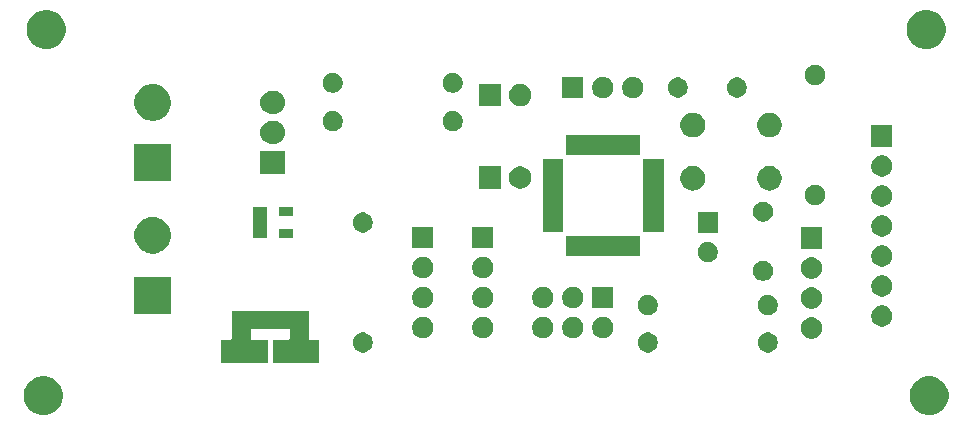
<source format=gbr>
%TF.GenerationSoftware,KiCad,Pcbnew,5.1.6+dfsg1-1~bpo10+1*%
%TF.CreationDate,2020-11-22T17:09:41+10:30*%
%TF.ProjectId,robotcontrol,726f626f-7463-46f6-9e74-726f6c2e6b69,rev?*%
%TF.SameCoordinates,Original*%
%TF.FileFunction,Soldermask,Top*%
%TF.FilePolarity,Negative*%
%FSLAX46Y46*%
G04 Gerber Fmt 4.6, Leading zero omitted, Abs format (unit mm)*
G04 Created by KiCad (PCBNEW 5.1.6+dfsg1-1~bpo10+1) date 2020-11-22 17:09:41*
%MOMM*%
%LPD*%
G01*
G04 APERTURE LIST*
%ADD10C,0.100000*%
G04 APERTURE END LIST*
D10*
G36*
X171457874Y-167359023D02*
G01*
X171731287Y-167413408D01*
X172031568Y-167537789D01*
X172301814Y-167718361D01*
X172531639Y-167948186D01*
X172712211Y-168218432D01*
X172836592Y-168518713D01*
X172900000Y-168837489D01*
X172900000Y-169162511D01*
X172836592Y-169481287D01*
X172712211Y-169781568D01*
X172531639Y-170051814D01*
X172301814Y-170281639D01*
X172031568Y-170462211D01*
X171731287Y-170586592D01*
X171457874Y-170640977D01*
X171412512Y-170650000D01*
X171087488Y-170650000D01*
X171042126Y-170640977D01*
X170768713Y-170586592D01*
X170468432Y-170462211D01*
X170198186Y-170281639D01*
X169968361Y-170051814D01*
X169787789Y-169781568D01*
X169663408Y-169481287D01*
X169600000Y-169162511D01*
X169600000Y-168837489D01*
X169663408Y-168518713D01*
X169787789Y-168218432D01*
X169968361Y-167948186D01*
X170198186Y-167718361D01*
X170468432Y-167537789D01*
X170768713Y-167413408D01*
X171042126Y-167359023D01*
X171087488Y-167350000D01*
X171412512Y-167350000D01*
X171457874Y-167359023D01*
G37*
G36*
X96457874Y-167359023D02*
G01*
X96731287Y-167413408D01*
X97031568Y-167537789D01*
X97301814Y-167718361D01*
X97531639Y-167948186D01*
X97712211Y-168218432D01*
X97836592Y-168518713D01*
X97900000Y-168837489D01*
X97900000Y-169162511D01*
X97836592Y-169481287D01*
X97712211Y-169781568D01*
X97531639Y-170051814D01*
X97301814Y-170281639D01*
X97031568Y-170462211D01*
X96731287Y-170586592D01*
X96457874Y-170640977D01*
X96412512Y-170650000D01*
X96087488Y-170650000D01*
X96042126Y-170640977D01*
X95768713Y-170586592D01*
X95468432Y-170462211D01*
X95198186Y-170281639D01*
X94968361Y-170051814D01*
X94787789Y-169781568D01*
X94663408Y-169481287D01*
X94600000Y-169162511D01*
X94600000Y-168837489D01*
X94663408Y-168518713D01*
X94787789Y-168218432D01*
X94968361Y-167948186D01*
X95198186Y-167718361D01*
X95468432Y-167537789D01*
X95768713Y-167413408D01*
X96042126Y-167359023D01*
X96087488Y-167350000D01*
X96412512Y-167350000D01*
X96457874Y-167359023D01*
G37*
G36*
X118725000Y-164125001D02*
G01*
X118727402Y-164149387D01*
X118734515Y-164172836D01*
X118746066Y-164194447D01*
X118761611Y-164213389D01*
X118780553Y-164228934D01*
X118802164Y-164240485D01*
X118825613Y-164247598D01*
X118849999Y-164250000D01*
X119622500Y-164250000D01*
X119622500Y-166250000D01*
X115677500Y-166250000D01*
X115677500Y-164250000D01*
X117025001Y-164250000D01*
X117049387Y-164247598D01*
X117072836Y-164240485D01*
X117094447Y-164228934D01*
X117113389Y-164213389D01*
X117128934Y-164194447D01*
X117140485Y-164172836D01*
X117147598Y-164149387D01*
X117150000Y-164125001D01*
X117150000Y-163454999D01*
X117147598Y-163430613D01*
X117140485Y-163407164D01*
X117128934Y-163385553D01*
X117113389Y-163366611D01*
X117094447Y-163351066D01*
X117072836Y-163339515D01*
X117049387Y-163332402D01*
X117025001Y-163330000D01*
X113924999Y-163330000D01*
X113900613Y-163332402D01*
X113877164Y-163339515D01*
X113855553Y-163351066D01*
X113836611Y-163366611D01*
X113821066Y-163385553D01*
X113809515Y-163407164D01*
X113802402Y-163430613D01*
X113800000Y-163454999D01*
X113800000Y-164125001D01*
X113802402Y-164149387D01*
X113809515Y-164172836D01*
X113821066Y-164194447D01*
X113836611Y-164213389D01*
X113855553Y-164228934D01*
X113877164Y-164240485D01*
X113900613Y-164247598D01*
X113924999Y-164250000D01*
X115272500Y-164250000D01*
X115272500Y-166250000D01*
X111327500Y-166250000D01*
X111327500Y-164250000D01*
X112100001Y-164250000D01*
X112124387Y-164247598D01*
X112147836Y-164240485D01*
X112169447Y-164228934D01*
X112188389Y-164213389D01*
X112203934Y-164194447D01*
X112215485Y-164172836D01*
X112222598Y-164149387D01*
X112225000Y-164125001D01*
X112225000Y-161850000D01*
X118725000Y-161850000D01*
X118725000Y-164125001D01*
G37*
G36*
X123547935Y-163672664D02*
G01*
X123702624Y-163736739D01*
X123702626Y-163736740D01*
X123841844Y-163829762D01*
X123960238Y-163948156D01*
X124051950Y-164085414D01*
X124053261Y-164087376D01*
X124117336Y-164242065D01*
X124150000Y-164406281D01*
X124150000Y-164573719D01*
X124117336Y-164737935D01*
X124053261Y-164892624D01*
X124053260Y-164892626D01*
X123960238Y-165031844D01*
X123841844Y-165150238D01*
X123702626Y-165243260D01*
X123702625Y-165243261D01*
X123702624Y-165243261D01*
X123547935Y-165307336D01*
X123383719Y-165340000D01*
X123216281Y-165340000D01*
X123052065Y-165307336D01*
X122897376Y-165243261D01*
X122897375Y-165243261D01*
X122897374Y-165243260D01*
X122758156Y-165150238D01*
X122639762Y-165031844D01*
X122546740Y-164892626D01*
X122546739Y-164892624D01*
X122482664Y-164737935D01*
X122450000Y-164573719D01*
X122450000Y-164406281D01*
X122482664Y-164242065D01*
X122546739Y-164087376D01*
X122548050Y-164085414D01*
X122639762Y-163948156D01*
X122758156Y-163829762D01*
X122897374Y-163736740D01*
X122897376Y-163736739D01*
X123052065Y-163672664D01*
X123216281Y-163640000D01*
X123383719Y-163640000D01*
X123547935Y-163672664D01*
G37*
G36*
X147677935Y-163672664D02*
G01*
X147832624Y-163736739D01*
X147832626Y-163736740D01*
X147971844Y-163829762D01*
X148090238Y-163948156D01*
X148181950Y-164085414D01*
X148183261Y-164087376D01*
X148247336Y-164242065D01*
X148280000Y-164406281D01*
X148280000Y-164573719D01*
X148247336Y-164737935D01*
X148183261Y-164892624D01*
X148183260Y-164892626D01*
X148090238Y-165031844D01*
X147971844Y-165150238D01*
X147832626Y-165243260D01*
X147832625Y-165243261D01*
X147832624Y-165243261D01*
X147677935Y-165307336D01*
X147513719Y-165340000D01*
X147346281Y-165340000D01*
X147182065Y-165307336D01*
X147027376Y-165243261D01*
X147027375Y-165243261D01*
X147027374Y-165243260D01*
X146888156Y-165150238D01*
X146769762Y-165031844D01*
X146676740Y-164892626D01*
X146676739Y-164892624D01*
X146612664Y-164737935D01*
X146580000Y-164573719D01*
X146580000Y-164406281D01*
X146612664Y-164242065D01*
X146676739Y-164087376D01*
X146678050Y-164085414D01*
X146769762Y-163948156D01*
X146888156Y-163829762D01*
X147027374Y-163736740D01*
X147027376Y-163736739D01*
X147182065Y-163672664D01*
X147346281Y-163640000D01*
X147513719Y-163640000D01*
X147677935Y-163672664D01*
G37*
G36*
X157837935Y-163672664D02*
G01*
X157992624Y-163736739D01*
X157992626Y-163736740D01*
X158131844Y-163829762D01*
X158250238Y-163948156D01*
X158341950Y-164085414D01*
X158343261Y-164087376D01*
X158407336Y-164242065D01*
X158440000Y-164406281D01*
X158440000Y-164573719D01*
X158407336Y-164737935D01*
X158343261Y-164892624D01*
X158343260Y-164892626D01*
X158250238Y-165031844D01*
X158131844Y-165150238D01*
X157992626Y-165243260D01*
X157992625Y-165243261D01*
X157992624Y-165243261D01*
X157837935Y-165307336D01*
X157673719Y-165340000D01*
X157506281Y-165340000D01*
X157342065Y-165307336D01*
X157187376Y-165243261D01*
X157187375Y-165243261D01*
X157187374Y-165243260D01*
X157048156Y-165150238D01*
X156929762Y-165031844D01*
X156836740Y-164892626D01*
X156836739Y-164892624D01*
X156772664Y-164737935D01*
X156740000Y-164573719D01*
X156740000Y-164406281D01*
X156772664Y-164242065D01*
X156836739Y-164087376D01*
X156838050Y-164085414D01*
X156929762Y-163948156D01*
X157048156Y-163829762D01*
X157187374Y-163736740D01*
X157187376Y-163736739D01*
X157342065Y-163672664D01*
X157506281Y-163640000D01*
X157673719Y-163640000D01*
X157837935Y-163672664D01*
G37*
G36*
X161560920Y-162405386D02*
G01*
X161602066Y-162422429D01*
X161724710Y-162473230D01*
X161872117Y-162571724D01*
X161997476Y-162697083D01*
X162075408Y-162813717D01*
X162095971Y-162844492D01*
X162163814Y-163008280D01*
X162198400Y-163182156D01*
X162198400Y-163359444D01*
X162163814Y-163533320D01*
X162106096Y-163672665D01*
X162095970Y-163697110D01*
X161997476Y-163844517D01*
X161872117Y-163969876D01*
X161724710Y-164068370D01*
X161724709Y-164068371D01*
X161724708Y-164068371D01*
X161560920Y-164136214D01*
X161387044Y-164170800D01*
X161209756Y-164170800D01*
X161035880Y-164136214D01*
X160872092Y-164068371D01*
X160872091Y-164068371D01*
X160872090Y-164068370D01*
X160724683Y-163969876D01*
X160599324Y-163844517D01*
X160500830Y-163697110D01*
X160490705Y-163672665D01*
X160432986Y-163533320D01*
X160398400Y-163359444D01*
X160398400Y-163182156D01*
X160432986Y-163008280D01*
X160500829Y-162844492D01*
X160521392Y-162813717D01*
X160599324Y-162697083D01*
X160724683Y-162571724D01*
X160872090Y-162473230D01*
X160994735Y-162422429D01*
X161035880Y-162405386D01*
X161209756Y-162370800D01*
X161387044Y-162370800D01*
X161560920Y-162405386D01*
G37*
G36*
X133722520Y-162354586D02*
G01*
X133886310Y-162422430D01*
X134033717Y-162520924D01*
X134159076Y-162646283D01*
X134193019Y-162697083D01*
X134257571Y-162793692D01*
X134325414Y-162957480D01*
X134360000Y-163131356D01*
X134360000Y-163308644D01*
X134344702Y-163385553D01*
X134325414Y-163482520D01*
X134257570Y-163646310D01*
X134159076Y-163793717D01*
X134033717Y-163919076D01*
X133886310Y-164017570D01*
X133886309Y-164017571D01*
X133886308Y-164017571D01*
X133722520Y-164085414D01*
X133548644Y-164120000D01*
X133371356Y-164120000D01*
X133197480Y-164085414D01*
X133033692Y-164017571D01*
X133033691Y-164017571D01*
X133033690Y-164017570D01*
X132886283Y-163919076D01*
X132760924Y-163793717D01*
X132662430Y-163646310D01*
X132594586Y-163482520D01*
X132575298Y-163385553D01*
X132560000Y-163308644D01*
X132560000Y-163131356D01*
X132594586Y-162957480D01*
X132662429Y-162793692D01*
X132726981Y-162697083D01*
X132760924Y-162646283D01*
X132886283Y-162520924D01*
X133033690Y-162422430D01*
X133197480Y-162354586D01*
X133371356Y-162320000D01*
X133548644Y-162320000D01*
X133722520Y-162354586D01*
G37*
G36*
X128642520Y-162354586D02*
G01*
X128806310Y-162422430D01*
X128953717Y-162520924D01*
X129079076Y-162646283D01*
X129113019Y-162697083D01*
X129177571Y-162793692D01*
X129245414Y-162957480D01*
X129280000Y-163131356D01*
X129280000Y-163308644D01*
X129264702Y-163385553D01*
X129245414Y-163482520D01*
X129177570Y-163646310D01*
X129079076Y-163793717D01*
X128953717Y-163919076D01*
X128806310Y-164017570D01*
X128806309Y-164017571D01*
X128806308Y-164017571D01*
X128642520Y-164085414D01*
X128468644Y-164120000D01*
X128291356Y-164120000D01*
X128117480Y-164085414D01*
X127953692Y-164017571D01*
X127953691Y-164017571D01*
X127953690Y-164017570D01*
X127806283Y-163919076D01*
X127680924Y-163793717D01*
X127582430Y-163646310D01*
X127514586Y-163482520D01*
X127495298Y-163385553D01*
X127480000Y-163308644D01*
X127480000Y-163131356D01*
X127514586Y-162957480D01*
X127582429Y-162793692D01*
X127646981Y-162697083D01*
X127680924Y-162646283D01*
X127806283Y-162520924D01*
X127953690Y-162422430D01*
X128117480Y-162354586D01*
X128291356Y-162320000D01*
X128468644Y-162320000D01*
X128642520Y-162354586D01*
G37*
G36*
X143882520Y-162354586D02*
G01*
X144046310Y-162422430D01*
X144193717Y-162520924D01*
X144319076Y-162646283D01*
X144353019Y-162697083D01*
X144417571Y-162793692D01*
X144485414Y-162957480D01*
X144520000Y-163131356D01*
X144520000Y-163308644D01*
X144504702Y-163385553D01*
X144485414Y-163482520D01*
X144417570Y-163646310D01*
X144319076Y-163793717D01*
X144193717Y-163919076D01*
X144046310Y-164017570D01*
X144046309Y-164017571D01*
X144046308Y-164017571D01*
X143882520Y-164085414D01*
X143708644Y-164120000D01*
X143531356Y-164120000D01*
X143357480Y-164085414D01*
X143193692Y-164017571D01*
X143193691Y-164017571D01*
X143193690Y-164017570D01*
X143046283Y-163919076D01*
X142920924Y-163793717D01*
X142822430Y-163646310D01*
X142754586Y-163482520D01*
X142735298Y-163385553D01*
X142720000Y-163308644D01*
X142720000Y-163131356D01*
X142754586Y-162957480D01*
X142822429Y-162793692D01*
X142886981Y-162697083D01*
X142920924Y-162646283D01*
X143046283Y-162520924D01*
X143193690Y-162422430D01*
X143357480Y-162354586D01*
X143531356Y-162320000D01*
X143708644Y-162320000D01*
X143882520Y-162354586D01*
G37*
G36*
X141342520Y-162354586D02*
G01*
X141506310Y-162422430D01*
X141653717Y-162520924D01*
X141779076Y-162646283D01*
X141813019Y-162697083D01*
X141877571Y-162793692D01*
X141945414Y-162957480D01*
X141980000Y-163131356D01*
X141980000Y-163308644D01*
X141964702Y-163385553D01*
X141945414Y-163482520D01*
X141877570Y-163646310D01*
X141779076Y-163793717D01*
X141653717Y-163919076D01*
X141506310Y-164017570D01*
X141506309Y-164017571D01*
X141506308Y-164017571D01*
X141342520Y-164085414D01*
X141168644Y-164120000D01*
X140991356Y-164120000D01*
X140817480Y-164085414D01*
X140653692Y-164017571D01*
X140653691Y-164017571D01*
X140653690Y-164017570D01*
X140506283Y-163919076D01*
X140380924Y-163793717D01*
X140282430Y-163646310D01*
X140214586Y-163482520D01*
X140195298Y-163385553D01*
X140180000Y-163308644D01*
X140180000Y-163131356D01*
X140214586Y-162957480D01*
X140282429Y-162793692D01*
X140346981Y-162697083D01*
X140380924Y-162646283D01*
X140506283Y-162520924D01*
X140653690Y-162422430D01*
X140817480Y-162354586D01*
X140991356Y-162320000D01*
X141168644Y-162320000D01*
X141342520Y-162354586D01*
G37*
G36*
X138802520Y-162354586D02*
G01*
X138966310Y-162422430D01*
X139113717Y-162520924D01*
X139239076Y-162646283D01*
X139273019Y-162697083D01*
X139337571Y-162793692D01*
X139405414Y-162957480D01*
X139440000Y-163131356D01*
X139440000Y-163308644D01*
X139424702Y-163385553D01*
X139405414Y-163482520D01*
X139337570Y-163646310D01*
X139239076Y-163793717D01*
X139113717Y-163919076D01*
X138966310Y-164017570D01*
X138966309Y-164017571D01*
X138966308Y-164017571D01*
X138802520Y-164085414D01*
X138628644Y-164120000D01*
X138451356Y-164120000D01*
X138277480Y-164085414D01*
X138113692Y-164017571D01*
X138113691Y-164017571D01*
X138113690Y-164017570D01*
X137966283Y-163919076D01*
X137840924Y-163793717D01*
X137742430Y-163646310D01*
X137674586Y-163482520D01*
X137655298Y-163385553D01*
X137640000Y-163308644D01*
X137640000Y-163131356D01*
X137674586Y-162957480D01*
X137742429Y-162793692D01*
X137806981Y-162697083D01*
X137840924Y-162646283D01*
X137966283Y-162520924D01*
X138113690Y-162422430D01*
X138277480Y-162354586D01*
X138451356Y-162320000D01*
X138628644Y-162320000D01*
X138802520Y-162354586D01*
G37*
G36*
X167512520Y-161374586D02*
G01*
X167676310Y-161442430D01*
X167823717Y-161540924D01*
X167949076Y-161666283D01*
X167983382Y-161717626D01*
X168047571Y-161813692D01*
X168115414Y-161977480D01*
X168150000Y-162151356D01*
X168150000Y-162328644D01*
X168115414Y-162502520D01*
X168055866Y-162646283D01*
X168047570Y-162666310D01*
X167949076Y-162813717D01*
X167823717Y-162939076D01*
X167676310Y-163037570D01*
X167676309Y-163037571D01*
X167676308Y-163037571D01*
X167512520Y-163105414D01*
X167338644Y-163140000D01*
X167161356Y-163140000D01*
X166987480Y-163105414D01*
X166823692Y-163037571D01*
X166823691Y-163037571D01*
X166823690Y-163037570D01*
X166676283Y-162939076D01*
X166550924Y-162813717D01*
X166452430Y-162666310D01*
X166444135Y-162646283D01*
X166384586Y-162502520D01*
X166350000Y-162328644D01*
X166350000Y-162151356D01*
X166384586Y-161977480D01*
X166452429Y-161813692D01*
X166516618Y-161717626D01*
X166550924Y-161666283D01*
X166676283Y-161540924D01*
X166823690Y-161442430D01*
X166987480Y-161374586D01*
X167161356Y-161340000D01*
X167338644Y-161340000D01*
X167512520Y-161374586D01*
G37*
G36*
X157837935Y-160497664D02*
G01*
X157992624Y-160561739D01*
X157992626Y-160561740D01*
X158131844Y-160654762D01*
X158250238Y-160773156D01*
X158281165Y-160819442D01*
X158343261Y-160912376D01*
X158407336Y-161067065D01*
X158440000Y-161231281D01*
X158440000Y-161398719D01*
X158407336Y-161562935D01*
X158400267Y-161580000D01*
X158343260Y-161717626D01*
X158250238Y-161856844D01*
X158131844Y-161975238D01*
X157992626Y-162068260D01*
X157992625Y-162068261D01*
X157992624Y-162068261D01*
X157837935Y-162132336D01*
X157673719Y-162165000D01*
X157506281Y-162165000D01*
X157342065Y-162132336D01*
X157187376Y-162068261D01*
X157187375Y-162068261D01*
X157187374Y-162068260D01*
X157048156Y-161975238D01*
X156929762Y-161856844D01*
X156836740Y-161717626D01*
X156779733Y-161580000D01*
X156772664Y-161562935D01*
X156740000Y-161398719D01*
X156740000Y-161231281D01*
X156772664Y-161067065D01*
X156836739Y-160912376D01*
X156898835Y-160819442D01*
X156929762Y-160773156D01*
X157048156Y-160654762D01*
X157187374Y-160561740D01*
X157187376Y-160561739D01*
X157342065Y-160497664D01*
X157506281Y-160465000D01*
X157673719Y-160465000D01*
X157837935Y-160497664D01*
G37*
G36*
X147677935Y-160497664D02*
G01*
X147832624Y-160561739D01*
X147832626Y-160561740D01*
X147971844Y-160654762D01*
X148090238Y-160773156D01*
X148121165Y-160819442D01*
X148183261Y-160912376D01*
X148247336Y-161067065D01*
X148280000Y-161231281D01*
X148280000Y-161398719D01*
X148247336Y-161562935D01*
X148240267Y-161580000D01*
X148183260Y-161717626D01*
X148090238Y-161856844D01*
X147971844Y-161975238D01*
X147832626Y-162068260D01*
X147832625Y-162068261D01*
X147832624Y-162068261D01*
X147677935Y-162132336D01*
X147513719Y-162165000D01*
X147346281Y-162165000D01*
X147182065Y-162132336D01*
X147027376Y-162068261D01*
X147027375Y-162068261D01*
X147027374Y-162068260D01*
X146888156Y-161975238D01*
X146769762Y-161856844D01*
X146676740Y-161717626D01*
X146619733Y-161580000D01*
X146612664Y-161562935D01*
X146580000Y-161398719D01*
X146580000Y-161231281D01*
X146612664Y-161067065D01*
X146676739Y-160912376D01*
X146738835Y-160819442D01*
X146769762Y-160773156D01*
X146888156Y-160654762D01*
X147027374Y-160561740D01*
X147027376Y-160561739D01*
X147182065Y-160497664D01*
X147346281Y-160465000D01*
X147513719Y-160465000D01*
X147677935Y-160497664D01*
G37*
G36*
X107070000Y-162039500D02*
G01*
X103970000Y-162039500D01*
X103970000Y-158939500D01*
X107070000Y-158939500D01*
X107070000Y-162039500D01*
G37*
G36*
X161560920Y-159865386D02*
G01*
X161602066Y-159882429D01*
X161724710Y-159933230D01*
X161872117Y-160031724D01*
X161997476Y-160157083D01*
X162075408Y-160273717D01*
X162095971Y-160304492D01*
X162163814Y-160468280D01*
X162190015Y-160600000D01*
X162198400Y-160642158D01*
X162198400Y-160819442D01*
X162163814Y-160993320D01*
X162095970Y-161157110D01*
X161997476Y-161304517D01*
X161872117Y-161429876D01*
X161724710Y-161528370D01*
X161724709Y-161528371D01*
X161724708Y-161528371D01*
X161560920Y-161596214D01*
X161387044Y-161630800D01*
X161209756Y-161630800D01*
X161035880Y-161596214D01*
X160872092Y-161528371D01*
X160872091Y-161528371D01*
X160872090Y-161528370D01*
X160724683Y-161429876D01*
X160599324Y-161304517D01*
X160500830Y-161157110D01*
X160432986Y-160993320D01*
X160398400Y-160819442D01*
X160398400Y-160642158D01*
X160406786Y-160600000D01*
X160432986Y-160468280D01*
X160500829Y-160304492D01*
X160521392Y-160273717D01*
X160599324Y-160157083D01*
X160724683Y-160031724D01*
X160872090Y-159933230D01*
X160994735Y-159882429D01*
X161035880Y-159865386D01*
X161209756Y-159830800D01*
X161387044Y-159830800D01*
X161560920Y-159865386D01*
G37*
G36*
X144520000Y-161580000D02*
G01*
X142720000Y-161580000D01*
X142720000Y-159780000D01*
X144520000Y-159780000D01*
X144520000Y-161580000D01*
G37*
G36*
X141342520Y-159814586D02*
G01*
X141506310Y-159882430D01*
X141653717Y-159980924D01*
X141779076Y-160106283D01*
X141813019Y-160157083D01*
X141877571Y-160253692D01*
X141945414Y-160417480D01*
X141980000Y-160591356D01*
X141980000Y-160768644D01*
X141969895Y-160819444D01*
X141945414Y-160942520D01*
X141877570Y-161106310D01*
X141779076Y-161253717D01*
X141653717Y-161379076D01*
X141506310Y-161477570D01*
X141506309Y-161477571D01*
X141506308Y-161477571D01*
X141342520Y-161545414D01*
X141168644Y-161580000D01*
X140991356Y-161580000D01*
X140817480Y-161545414D01*
X140653692Y-161477571D01*
X140653691Y-161477571D01*
X140653690Y-161477570D01*
X140506283Y-161379076D01*
X140380924Y-161253717D01*
X140282430Y-161106310D01*
X140214586Y-160942520D01*
X140190105Y-160819444D01*
X140180000Y-160768644D01*
X140180000Y-160591356D01*
X140214586Y-160417480D01*
X140282429Y-160253692D01*
X140346981Y-160157083D01*
X140380924Y-160106283D01*
X140506283Y-159980924D01*
X140653690Y-159882430D01*
X140817480Y-159814586D01*
X140991356Y-159780000D01*
X141168644Y-159780000D01*
X141342520Y-159814586D01*
G37*
G36*
X133722520Y-159814586D02*
G01*
X133886310Y-159882430D01*
X134033717Y-159980924D01*
X134159076Y-160106283D01*
X134193019Y-160157083D01*
X134257571Y-160253692D01*
X134325414Y-160417480D01*
X134360000Y-160591356D01*
X134360000Y-160768644D01*
X134349895Y-160819444D01*
X134325414Y-160942520D01*
X134257570Y-161106310D01*
X134159076Y-161253717D01*
X134033717Y-161379076D01*
X133886310Y-161477570D01*
X133886309Y-161477571D01*
X133886308Y-161477571D01*
X133722520Y-161545414D01*
X133548644Y-161580000D01*
X133371356Y-161580000D01*
X133197480Y-161545414D01*
X133033692Y-161477571D01*
X133033691Y-161477571D01*
X133033690Y-161477570D01*
X132886283Y-161379076D01*
X132760924Y-161253717D01*
X132662430Y-161106310D01*
X132594586Y-160942520D01*
X132570105Y-160819444D01*
X132560000Y-160768644D01*
X132560000Y-160591356D01*
X132594586Y-160417480D01*
X132662429Y-160253692D01*
X132726981Y-160157083D01*
X132760924Y-160106283D01*
X132886283Y-159980924D01*
X133033690Y-159882430D01*
X133197480Y-159814586D01*
X133371356Y-159780000D01*
X133548644Y-159780000D01*
X133722520Y-159814586D01*
G37*
G36*
X138802520Y-159814586D02*
G01*
X138966310Y-159882430D01*
X139113717Y-159980924D01*
X139239076Y-160106283D01*
X139273019Y-160157083D01*
X139337571Y-160253692D01*
X139405414Y-160417480D01*
X139440000Y-160591356D01*
X139440000Y-160768644D01*
X139429895Y-160819444D01*
X139405414Y-160942520D01*
X139337570Y-161106310D01*
X139239076Y-161253717D01*
X139113717Y-161379076D01*
X138966310Y-161477570D01*
X138966309Y-161477571D01*
X138966308Y-161477571D01*
X138802520Y-161545414D01*
X138628644Y-161580000D01*
X138451356Y-161580000D01*
X138277480Y-161545414D01*
X138113692Y-161477571D01*
X138113691Y-161477571D01*
X138113690Y-161477570D01*
X137966283Y-161379076D01*
X137840924Y-161253717D01*
X137742430Y-161106310D01*
X137674586Y-160942520D01*
X137650105Y-160819444D01*
X137640000Y-160768644D01*
X137640000Y-160591356D01*
X137674586Y-160417480D01*
X137742429Y-160253692D01*
X137806981Y-160157083D01*
X137840924Y-160106283D01*
X137966283Y-159980924D01*
X138113690Y-159882430D01*
X138277480Y-159814586D01*
X138451356Y-159780000D01*
X138628644Y-159780000D01*
X138802520Y-159814586D01*
G37*
G36*
X128642520Y-159814586D02*
G01*
X128806310Y-159882430D01*
X128953717Y-159980924D01*
X129079076Y-160106283D01*
X129113019Y-160157083D01*
X129177571Y-160253692D01*
X129245414Y-160417480D01*
X129280000Y-160591356D01*
X129280000Y-160768644D01*
X129269895Y-160819444D01*
X129245414Y-160942520D01*
X129177570Y-161106310D01*
X129079076Y-161253717D01*
X128953717Y-161379076D01*
X128806310Y-161477570D01*
X128806309Y-161477571D01*
X128806308Y-161477571D01*
X128642520Y-161545414D01*
X128468644Y-161580000D01*
X128291356Y-161580000D01*
X128117480Y-161545414D01*
X127953692Y-161477571D01*
X127953691Y-161477571D01*
X127953690Y-161477570D01*
X127806283Y-161379076D01*
X127680924Y-161253717D01*
X127582430Y-161106310D01*
X127514586Y-160942520D01*
X127490105Y-160819444D01*
X127480000Y-160768644D01*
X127480000Y-160591356D01*
X127514586Y-160417480D01*
X127582429Y-160253692D01*
X127646981Y-160157083D01*
X127680924Y-160106283D01*
X127806283Y-159980924D01*
X127953690Y-159882430D01*
X128117480Y-159814586D01*
X128291356Y-159780000D01*
X128468644Y-159780000D01*
X128642520Y-159814586D01*
G37*
G36*
X167512520Y-158834586D02*
G01*
X167676310Y-158902430D01*
X167823717Y-159000924D01*
X167949076Y-159126283D01*
X168020338Y-159232935D01*
X168047571Y-159273692D01*
X168115414Y-159437480D01*
X168150000Y-159611356D01*
X168150000Y-159788644D01*
X168115414Y-159962520D01*
X168055866Y-160106283D01*
X168047570Y-160126310D01*
X167949076Y-160273717D01*
X167823717Y-160399076D01*
X167676310Y-160497570D01*
X167676309Y-160497571D01*
X167676308Y-160497571D01*
X167512520Y-160565414D01*
X167338644Y-160600000D01*
X167161356Y-160600000D01*
X166987480Y-160565414D01*
X166823692Y-160497571D01*
X166823691Y-160497571D01*
X166823690Y-160497570D01*
X166676283Y-160399076D01*
X166550924Y-160273717D01*
X166452430Y-160126310D01*
X166444135Y-160106283D01*
X166384586Y-159962520D01*
X166350000Y-159788644D01*
X166350000Y-159611356D01*
X166384586Y-159437480D01*
X166452429Y-159273692D01*
X166479662Y-159232935D01*
X166550924Y-159126283D01*
X166676283Y-159000924D01*
X166823690Y-158902430D01*
X166987480Y-158834586D01*
X167161356Y-158800000D01*
X167338644Y-158800000D01*
X167512520Y-158834586D01*
G37*
G36*
X157431535Y-157598264D02*
G01*
X157586224Y-157662339D01*
X157586226Y-157662340D01*
X157725444Y-157755362D01*
X157843838Y-157873756D01*
X157899840Y-157957570D01*
X157936861Y-158012976D01*
X158000936Y-158167665D01*
X158033600Y-158331881D01*
X158033600Y-158499319D01*
X158000936Y-158663535D01*
X157936861Y-158818224D01*
X157936860Y-158818226D01*
X157843838Y-158957444D01*
X157725444Y-159075838D01*
X157586226Y-159168860D01*
X157586225Y-159168861D01*
X157586224Y-159168861D01*
X157431535Y-159232936D01*
X157267319Y-159265600D01*
X157099881Y-159265600D01*
X156935665Y-159232936D01*
X156780976Y-159168861D01*
X156780975Y-159168861D01*
X156780974Y-159168860D01*
X156641756Y-159075838D01*
X156523362Y-158957444D01*
X156430340Y-158818226D01*
X156430339Y-158818224D01*
X156366264Y-158663535D01*
X156333600Y-158499319D01*
X156333600Y-158331881D01*
X156366264Y-158167665D01*
X156430339Y-158012976D01*
X156467360Y-157957570D01*
X156523362Y-157873756D01*
X156641756Y-157755362D01*
X156780974Y-157662340D01*
X156780976Y-157662339D01*
X156935665Y-157598264D01*
X157099881Y-157565600D01*
X157267319Y-157565600D01*
X157431535Y-157598264D01*
G37*
G36*
X161560920Y-157325386D02*
G01*
X161602066Y-157342429D01*
X161724710Y-157393230D01*
X161872117Y-157491724D01*
X161997476Y-157617083D01*
X162075408Y-157733717D01*
X162095971Y-157764492D01*
X162163814Y-157928280D01*
X162198400Y-158102156D01*
X162198400Y-158279444D01*
X162187969Y-158331882D01*
X162163814Y-158453320D01*
X162095970Y-158617110D01*
X161997476Y-158764517D01*
X161872117Y-158889876D01*
X161724710Y-158988370D01*
X161724709Y-158988371D01*
X161724708Y-158988371D01*
X161560920Y-159056214D01*
X161387044Y-159090800D01*
X161209756Y-159090800D01*
X161035880Y-159056214D01*
X160872092Y-158988371D01*
X160872091Y-158988371D01*
X160872090Y-158988370D01*
X160724683Y-158889876D01*
X160599324Y-158764517D01*
X160500830Y-158617110D01*
X160432986Y-158453320D01*
X160408831Y-158331882D01*
X160398400Y-158279444D01*
X160398400Y-158102156D01*
X160432986Y-157928280D01*
X160500829Y-157764492D01*
X160521392Y-157733717D01*
X160599324Y-157617083D01*
X160724683Y-157491724D01*
X160872090Y-157393230D01*
X160994735Y-157342429D01*
X161035880Y-157325386D01*
X161209756Y-157290800D01*
X161387044Y-157290800D01*
X161560920Y-157325386D01*
G37*
G36*
X128642520Y-157274586D02*
G01*
X128806310Y-157342430D01*
X128953717Y-157440924D01*
X129079076Y-157566283D01*
X129143258Y-157662339D01*
X129177571Y-157713692D01*
X129245414Y-157877480D01*
X129280000Y-158051356D01*
X129280000Y-158228644D01*
X129269895Y-158279444D01*
X129245414Y-158402520D01*
X129177570Y-158566310D01*
X129079076Y-158713717D01*
X128953717Y-158839076D01*
X128806310Y-158937570D01*
X128806309Y-158937571D01*
X128806308Y-158937571D01*
X128642520Y-159005414D01*
X128468644Y-159040000D01*
X128291356Y-159040000D01*
X128117480Y-159005414D01*
X127953692Y-158937571D01*
X127953691Y-158937571D01*
X127953690Y-158937570D01*
X127806283Y-158839076D01*
X127680924Y-158713717D01*
X127582430Y-158566310D01*
X127514586Y-158402520D01*
X127490105Y-158279444D01*
X127480000Y-158228644D01*
X127480000Y-158051356D01*
X127514586Y-157877480D01*
X127582429Y-157713692D01*
X127616742Y-157662339D01*
X127680924Y-157566283D01*
X127806283Y-157440924D01*
X127953690Y-157342430D01*
X128117480Y-157274586D01*
X128291356Y-157240000D01*
X128468644Y-157240000D01*
X128642520Y-157274586D01*
G37*
G36*
X133722520Y-157274586D02*
G01*
X133886310Y-157342430D01*
X134033717Y-157440924D01*
X134159076Y-157566283D01*
X134223258Y-157662339D01*
X134257571Y-157713692D01*
X134325414Y-157877480D01*
X134360000Y-158051356D01*
X134360000Y-158228644D01*
X134349895Y-158279444D01*
X134325414Y-158402520D01*
X134257570Y-158566310D01*
X134159076Y-158713717D01*
X134033717Y-158839076D01*
X133886310Y-158937570D01*
X133886309Y-158937571D01*
X133886308Y-158937571D01*
X133722520Y-159005414D01*
X133548644Y-159040000D01*
X133371356Y-159040000D01*
X133197480Y-159005414D01*
X133033692Y-158937571D01*
X133033691Y-158937571D01*
X133033690Y-158937570D01*
X132886283Y-158839076D01*
X132760924Y-158713717D01*
X132662430Y-158566310D01*
X132594586Y-158402520D01*
X132570105Y-158279444D01*
X132560000Y-158228644D01*
X132560000Y-158051356D01*
X132594586Y-157877480D01*
X132662429Y-157713692D01*
X132696742Y-157662339D01*
X132760924Y-157566283D01*
X132886283Y-157440924D01*
X133033690Y-157342430D01*
X133197480Y-157274586D01*
X133371356Y-157240000D01*
X133548644Y-157240000D01*
X133722520Y-157274586D01*
G37*
G36*
X167480194Y-156288156D02*
G01*
X167512520Y-156294586D01*
X167676310Y-156362430D01*
X167823717Y-156460924D01*
X167949076Y-156586283D01*
X168047570Y-156733690D01*
X168047571Y-156733692D01*
X168115414Y-156897480D01*
X168150000Y-157071356D01*
X168150000Y-157248644D01*
X168115414Y-157422520D01*
X168048834Y-157583260D01*
X168047570Y-157586310D01*
X167949076Y-157733717D01*
X167823717Y-157859076D01*
X167676310Y-157957570D01*
X167676309Y-157957571D01*
X167676308Y-157957571D01*
X167512520Y-158025414D01*
X167338644Y-158060000D01*
X167161356Y-158060000D01*
X166987480Y-158025414D01*
X166823692Y-157957571D01*
X166823691Y-157957571D01*
X166823690Y-157957570D01*
X166676283Y-157859076D01*
X166550924Y-157733717D01*
X166452430Y-157586310D01*
X166451167Y-157583260D01*
X166384586Y-157422520D01*
X166350000Y-157248644D01*
X166350000Y-157071356D01*
X166384586Y-156897480D01*
X166452429Y-156733692D01*
X166452430Y-156733690D01*
X166550924Y-156586283D01*
X166676283Y-156460924D01*
X166823690Y-156362430D01*
X166987480Y-156294586D01*
X167019806Y-156288156D01*
X167161356Y-156260000D01*
X167338644Y-156260000D01*
X167480194Y-156288156D01*
G37*
G36*
X152757935Y-156012664D02*
G01*
X152912624Y-156076739D01*
X152912626Y-156076740D01*
X153051844Y-156169762D01*
X153170238Y-156288156D01*
X153243344Y-156397568D01*
X153263261Y-156427376D01*
X153327336Y-156582065D01*
X153360000Y-156746281D01*
X153360000Y-156913719D01*
X153327336Y-157077935D01*
X153263261Y-157232624D01*
X153263260Y-157232626D01*
X153170238Y-157371844D01*
X153051844Y-157490238D01*
X152912626Y-157583260D01*
X152912625Y-157583261D01*
X152912624Y-157583261D01*
X152757935Y-157647336D01*
X152593719Y-157680000D01*
X152426281Y-157680000D01*
X152262065Y-157647336D01*
X152107376Y-157583261D01*
X152107375Y-157583261D01*
X152107374Y-157583260D01*
X151968156Y-157490238D01*
X151849762Y-157371844D01*
X151756740Y-157232626D01*
X151756739Y-157232624D01*
X151692664Y-157077935D01*
X151660000Y-156913719D01*
X151660000Y-156746281D01*
X151692664Y-156582065D01*
X151756739Y-156427376D01*
X151776656Y-156397568D01*
X151849762Y-156288156D01*
X151968156Y-156169762D01*
X152107374Y-156076740D01*
X152107376Y-156076739D01*
X152262065Y-156012664D01*
X152426281Y-155980000D01*
X152593719Y-155980000D01*
X152757935Y-156012664D01*
G37*
G36*
X146795800Y-157144000D02*
G01*
X140545800Y-157144000D01*
X140545800Y-155444000D01*
X146795800Y-155444000D01*
X146795800Y-157144000D01*
G37*
G36*
X105822390Y-153889282D02*
G01*
X105972118Y-153919065D01*
X105992182Y-153927376D01*
X106254199Y-154035907D01*
X106269729Y-154046284D01*
X106508068Y-154205536D01*
X106723964Y-154421432D01*
X106828535Y-154577935D01*
X106893593Y-154675301D01*
X106962037Y-154840540D01*
X106988738Y-154905000D01*
X107010435Y-154957383D01*
X107070000Y-155256837D01*
X107070000Y-155562163D01*
X107010435Y-155861617D01*
X106893593Y-156143699D01*
X106893592Y-156143700D01*
X106723964Y-156397568D01*
X106508068Y-156613464D01*
X106338439Y-156726806D01*
X106254199Y-156783093D01*
X106088960Y-156851537D01*
X105972118Y-156899935D01*
X105822390Y-156929717D01*
X105672663Y-156959500D01*
X105367337Y-156959500D01*
X105217610Y-156929717D01*
X105067882Y-156899935D01*
X104951040Y-156851537D01*
X104785801Y-156783093D01*
X104701561Y-156726806D01*
X104531932Y-156613464D01*
X104316036Y-156397568D01*
X104146408Y-156143700D01*
X104146407Y-156143699D01*
X104029565Y-155861617D01*
X103970000Y-155562163D01*
X103970000Y-155256837D01*
X104029565Y-154957383D01*
X104051263Y-154905000D01*
X104077963Y-154840540D01*
X104146407Y-154675301D01*
X104211465Y-154577935D01*
X104316036Y-154421432D01*
X104531932Y-154205536D01*
X104770271Y-154046284D01*
X104785801Y-154035907D01*
X105047818Y-153927376D01*
X105067882Y-153919065D01*
X105217610Y-153889282D01*
X105367337Y-153859500D01*
X105672663Y-153859500D01*
X105822390Y-153889282D01*
G37*
G36*
X162198400Y-156550800D02*
G01*
X160398400Y-156550800D01*
X160398400Y-154750800D01*
X162198400Y-154750800D01*
X162198400Y-156550800D01*
G37*
G36*
X129280000Y-156500000D02*
G01*
X127480000Y-156500000D01*
X127480000Y-154700000D01*
X129280000Y-154700000D01*
X129280000Y-156500000D01*
G37*
G36*
X134360000Y-156500000D02*
G01*
X132560000Y-156500000D01*
X132560000Y-154700000D01*
X134360000Y-154700000D01*
X134360000Y-156500000D01*
G37*
G36*
X117360000Y-155655000D02*
G01*
X116200000Y-155655000D01*
X116200000Y-154905000D01*
X117360000Y-154905000D01*
X117360000Y-155655000D01*
G37*
G36*
X115160000Y-155655000D02*
G01*
X114000000Y-155655000D01*
X114000000Y-153005000D01*
X115160000Y-153005000D01*
X115160000Y-155655000D01*
G37*
G36*
X167512520Y-153754586D02*
G01*
X167676310Y-153822430D01*
X167823717Y-153920924D01*
X167949076Y-154046283D01*
X168047570Y-154193690D01*
X168047571Y-154193692D01*
X168115414Y-154357480D01*
X168150000Y-154531356D01*
X168150000Y-154708644D01*
X168115414Y-154882520D01*
X168106103Y-154905000D01*
X168047570Y-155046310D01*
X167949076Y-155193717D01*
X167823717Y-155319076D01*
X167676310Y-155417570D01*
X167676309Y-155417571D01*
X167676308Y-155417571D01*
X167512520Y-155485414D01*
X167338644Y-155520000D01*
X167161356Y-155520000D01*
X166987480Y-155485414D01*
X166823692Y-155417571D01*
X166823691Y-155417571D01*
X166823690Y-155417570D01*
X166676283Y-155319076D01*
X166550924Y-155193717D01*
X166452430Y-155046310D01*
X166393898Y-154905000D01*
X166384586Y-154882520D01*
X166350000Y-154708644D01*
X166350000Y-154531356D01*
X166384586Y-154357480D01*
X166452429Y-154193692D01*
X166452430Y-154193690D01*
X166550924Y-154046283D01*
X166676283Y-153920924D01*
X166823690Y-153822430D01*
X166987480Y-153754586D01*
X167161356Y-153720000D01*
X167338644Y-153720000D01*
X167512520Y-153754586D01*
G37*
G36*
X153360000Y-155180000D02*
G01*
X151660000Y-155180000D01*
X151660000Y-153480000D01*
X153360000Y-153480000D01*
X153360000Y-155180000D01*
G37*
G36*
X123547935Y-153512664D02*
G01*
X123702624Y-153576739D01*
X123702626Y-153576740D01*
X123841844Y-153669762D01*
X123960238Y-153788156D01*
X124007908Y-153859500D01*
X124053261Y-153927376D01*
X124117336Y-154082065D01*
X124150000Y-154246281D01*
X124150000Y-154413719D01*
X124117336Y-154577935D01*
X124077005Y-154675301D01*
X124053260Y-154732626D01*
X123960238Y-154871844D01*
X123841844Y-154990238D01*
X123702626Y-155083260D01*
X123702625Y-155083261D01*
X123702624Y-155083261D01*
X123547935Y-155147336D01*
X123383719Y-155180000D01*
X123216281Y-155180000D01*
X123052065Y-155147336D01*
X122897376Y-155083261D01*
X122897375Y-155083261D01*
X122897374Y-155083260D01*
X122758156Y-154990238D01*
X122639762Y-154871844D01*
X122546740Y-154732626D01*
X122522995Y-154675301D01*
X122482664Y-154577935D01*
X122450000Y-154413719D01*
X122450000Y-154246281D01*
X122482664Y-154082065D01*
X122546739Y-153927376D01*
X122592092Y-153859500D01*
X122639762Y-153788156D01*
X122758156Y-153669762D01*
X122897374Y-153576740D01*
X122897376Y-153576739D01*
X123052065Y-153512664D01*
X123216281Y-153480000D01*
X123383719Y-153480000D01*
X123547935Y-153512664D01*
G37*
G36*
X148770800Y-155169000D02*
G01*
X147070800Y-155169000D01*
X147070800Y-148919000D01*
X148770800Y-148919000D01*
X148770800Y-155169000D01*
G37*
G36*
X140270800Y-155169000D02*
G01*
X138570800Y-155169000D01*
X138570800Y-148919000D01*
X140270800Y-148919000D01*
X140270800Y-155169000D01*
G37*
G36*
X157431535Y-152598264D02*
G01*
X157586224Y-152662339D01*
X157586226Y-152662340D01*
X157725444Y-152755362D01*
X157843838Y-152873756D01*
X157931532Y-153005000D01*
X157936861Y-153012976D01*
X158000936Y-153167665D01*
X158033600Y-153331881D01*
X158033600Y-153499319D01*
X158000936Y-153663535D01*
X157949315Y-153788157D01*
X157936860Y-153818226D01*
X157843838Y-153957444D01*
X157725444Y-154075838D01*
X157586226Y-154168860D01*
X157586225Y-154168861D01*
X157586224Y-154168861D01*
X157431535Y-154232936D01*
X157267319Y-154265600D01*
X157099881Y-154265600D01*
X156935665Y-154232936D01*
X156780976Y-154168861D01*
X156780975Y-154168861D01*
X156780974Y-154168860D01*
X156641756Y-154075838D01*
X156523362Y-153957444D01*
X156430340Y-153818226D01*
X156417885Y-153788157D01*
X156366264Y-153663535D01*
X156333600Y-153499319D01*
X156333600Y-153331881D01*
X156366264Y-153167665D01*
X156430339Y-153012976D01*
X156435668Y-153005000D01*
X156523362Y-152873756D01*
X156641756Y-152755362D01*
X156780974Y-152662340D01*
X156780976Y-152662339D01*
X156935665Y-152598264D01*
X157099881Y-152565600D01*
X157267319Y-152565600D01*
X157431535Y-152598264D01*
G37*
G36*
X117360000Y-153755000D02*
G01*
X116200000Y-153755000D01*
X116200000Y-153005000D01*
X117360000Y-153005000D01*
X117360000Y-153755000D01*
G37*
G36*
X167512520Y-151214586D02*
G01*
X167584341Y-151244335D01*
X167676310Y-151282430D01*
X167823717Y-151380924D01*
X167949076Y-151506283D01*
X168028400Y-151625000D01*
X168047571Y-151653692D01*
X168115414Y-151817480D01*
X168150000Y-151991356D01*
X168150000Y-152168644D01*
X168135580Y-152241136D01*
X168115414Y-152342520D01*
X168047570Y-152506310D01*
X167949076Y-152653717D01*
X167823717Y-152779076D01*
X167676310Y-152877570D01*
X167676309Y-152877571D01*
X167676308Y-152877571D01*
X167512520Y-152945414D01*
X167338644Y-152980000D01*
X167161356Y-152980000D01*
X166987480Y-152945414D01*
X166823692Y-152877571D01*
X166823691Y-152877571D01*
X166823690Y-152877570D01*
X166676283Y-152779076D01*
X166550924Y-152653717D01*
X166452430Y-152506310D01*
X166384586Y-152342520D01*
X166364420Y-152241136D01*
X166350000Y-152168644D01*
X166350000Y-151991356D01*
X166384586Y-151817480D01*
X166452429Y-151653692D01*
X166471600Y-151625000D01*
X166550924Y-151506283D01*
X166676283Y-151380924D01*
X166823690Y-151282430D01*
X166915660Y-151244335D01*
X166987480Y-151214586D01*
X167161356Y-151180000D01*
X167338644Y-151180000D01*
X167512520Y-151214586D01*
G37*
G36*
X161851135Y-151175864D02*
G01*
X162005824Y-151239939D01*
X162005826Y-151239940D01*
X162145044Y-151332962D01*
X162263438Y-151451356D01*
X162356460Y-151590574D01*
X162356461Y-151590576D01*
X162420536Y-151745265D01*
X162453200Y-151909481D01*
X162453200Y-152076919D01*
X162420536Y-152241135D01*
X162378540Y-152342520D01*
X162356460Y-152395826D01*
X162263438Y-152535044D01*
X162145044Y-152653438D01*
X162005826Y-152746460D01*
X162005825Y-152746461D01*
X162005824Y-152746461D01*
X161851135Y-152810536D01*
X161686919Y-152843200D01*
X161519481Y-152843200D01*
X161355265Y-152810536D01*
X161200576Y-152746461D01*
X161200575Y-152746461D01*
X161200574Y-152746460D01*
X161061356Y-152653438D01*
X160942962Y-152535044D01*
X160849940Y-152395826D01*
X160827860Y-152342520D01*
X160785864Y-152241135D01*
X160753200Y-152076919D01*
X160753200Y-151909481D01*
X160785864Y-151745265D01*
X160849939Y-151590576D01*
X160849940Y-151590574D01*
X160942962Y-151451356D01*
X161061356Y-151332962D01*
X161200574Y-151239940D01*
X161200576Y-151239939D01*
X161355265Y-151175864D01*
X161519481Y-151143200D01*
X161686919Y-151143200D01*
X161851135Y-151175864D01*
G37*
G36*
X157868687Y-149530027D02*
G01*
X158046274Y-149565350D01*
X158237362Y-149644502D01*
X158409336Y-149759411D01*
X158555589Y-149905664D01*
X158670498Y-150077638D01*
X158749650Y-150268726D01*
X158790000Y-150471584D01*
X158790000Y-150678416D01*
X158749650Y-150881274D01*
X158670498Y-151072362D01*
X158555589Y-151244336D01*
X158409336Y-151390589D01*
X158237362Y-151505498D01*
X158046274Y-151584650D01*
X157868687Y-151619973D01*
X157843417Y-151625000D01*
X157636583Y-151625000D01*
X157611313Y-151619973D01*
X157433726Y-151584650D01*
X157242638Y-151505498D01*
X157070664Y-151390589D01*
X156924411Y-151244336D01*
X156809502Y-151072362D01*
X156730350Y-150881274D01*
X156690000Y-150678416D01*
X156690000Y-150471584D01*
X156730350Y-150268726D01*
X156809502Y-150077638D01*
X156924411Y-149905664D01*
X157070664Y-149759411D01*
X157242638Y-149644502D01*
X157433726Y-149565350D01*
X157611313Y-149530027D01*
X157636583Y-149525000D01*
X157843417Y-149525000D01*
X157868687Y-149530027D01*
G37*
G36*
X151368687Y-149530027D02*
G01*
X151546274Y-149565350D01*
X151737362Y-149644502D01*
X151909336Y-149759411D01*
X152055589Y-149905664D01*
X152170498Y-150077638D01*
X152249650Y-150268726D01*
X152290000Y-150471584D01*
X152290000Y-150678416D01*
X152249650Y-150881274D01*
X152170498Y-151072362D01*
X152055589Y-151244336D01*
X151909336Y-151390589D01*
X151737362Y-151505498D01*
X151546274Y-151584650D01*
X151368687Y-151619973D01*
X151343417Y-151625000D01*
X151136583Y-151625000D01*
X151111313Y-151619973D01*
X150933726Y-151584650D01*
X150742638Y-151505498D01*
X150570664Y-151390589D01*
X150424411Y-151244336D01*
X150309502Y-151072362D01*
X150230350Y-150881274D01*
X150190000Y-150678416D01*
X150190000Y-150471584D01*
X150230350Y-150268726D01*
X150309502Y-150077638D01*
X150424411Y-149905664D01*
X150570664Y-149759411D01*
X150742638Y-149644502D01*
X150933726Y-149565350D01*
X151111313Y-149530027D01*
X151136583Y-149525000D01*
X151343417Y-149525000D01*
X151368687Y-149530027D01*
G37*
G36*
X136820336Y-149588254D02*
G01*
X136912105Y-149606508D01*
X137084994Y-149678121D01*
X137240590Y-149782087D01*
X137372913Y-149914410D01*
X137476879Y-150070006D01*
X137548492Y-150242895D01*
X137585000Y-150426433D01*
X137585000Y-150613567D01*
X137548492Y-150797105D01*
X137476879Y-150969994D01*
X137372913Y-151125590D01*
X137240590Y-151257913D01*
X137084994Y-151361879D01*
X136912105Y-151433492D01*
X136822297Y-151451356D01*
X136728568Y-151470000D01*
X136541432Y-151470000D01*
X136447703Y-151451356D01*
X136357895Y-151433492D01*
X136185006Y-151361879D01*
X136029410Y-151257913D01*
X135897087Y-151125590D01*
X135793121Y-150969994D01*
X135721508Y-150797105D01*
X135685000Y-150613567D01*
X135685000Y-150426433D01*
X135721508Y-150242895D01*
X135793121Y-150070006D01*
X135897087Y-149914410D01*
X136029410Y-149782087D01*
X136185006Y-149678121D01*
X136357895Y-149606508D01*
X136449664Y-149588254D01*
X136541432Y-149570000D01*
X136728568Y-149570000D01*
X136820336Y-149588254D01*
G37*
G36*
X135045000Y-151470000D02*
G01*
X133145000Y-151470000D01*
X133145000Y-149570000D01*
X135045000Y-149570000D01*
X135045000Y-151470000D01*
G37*
G36*
X107070000Y-150800000D02*
G01*
X103970000Y-150800000D01*
X103970000Y-147700000D01*
X107070000Y-147700000D01*
X107070000Y-150800000D01*
G37*
G36*
X167512520Y-148674586D02*
G01*
X167676310Y-148742430D01*
X167823717Y-148840924D01*
X167949076Y-148966283D01*
X168047570Y-149113690D01*
X168047571Y-149113692D01*
X168115414Y-149277480D01*
X168150000Y-149451356D01*
X168150000Y-149628644D01*
X168140158Y-149678121D01*
X168115414Y-149802520D01*
X168047570Y-149966310D01*
X167949076Y-150113717D01*
X167823717Y-150239076D01*
X167676310Y-150337570D01*
X167676309Y-150337571D01*
X167676308Y-150337571D01*
X167512520Y-150405414D01*
X167338644Y-150440000D01*
X167161356Y-150440000D01*
X166987480Y-150405414D01*
X166823692Y-150337571D01*
X166823691Y-150337571D01*
X166823690Y-150337570D01*
X166676283Y-150239076D01*
X166550924Y-150113717D01*
X166452430Y-149966310D01*
X166384586Y-149802520D01*
X166359842Y-149678121D01*
X166350000Y-149628644D01*
X166350000Y-149451356D01*
X166384586Y-149277480D01*
X166452429Y-149113692D01*
X166452430Y-149113690D01*
X166550924Y-148966283D01*
X166676283Y-148840924D01*
X166823690Y-148742430D01*
X166987480Y-148674586D01*
X167161356Y-148640000D01*
X167338644Y-148640000D01*
X167512520Y-148674586D01*
G37*
G36*
X116730000Y-150252500D02*
G01*
X114630000Y-150252500D01*
X114630000Y-148247500D01*
X116730000Y-148247500D01*
X116730000Y-150252500D01*
G37*
G36*
X146795800Y-148644000D02*
G01*
X140545800Y-148644000D01*
X140545800Y-146944000D01*
X146795800Y-146944000D01*
X146795800Y-148644000D01*
G37*
G36*
X168150000Y-147900000D02*
G01*
X166350000Y-147900000D01*
X166350000Y-146100000D01*
X168150000Y-146100000D01*
X168150000Y-147900000D01*
G37*
G36*
X115924022Y-145722005D02*
G01*
X116112999Y-145779331D01*
X116287153Y-145872418D01*
X116439804Y-145997696D01*
X116565082Y-146150347D01*
X116658169Y-146324501D01*
X116715495Y-146513478D01*
X116734850Y-146710000D01*
X116715495Y-146906522D01*
X116658169Y-147095499D01*
X116565082Y-147269653D01*
X116439804Y-147422304D01*
X116287153Y-147547582D01*
X116112999Y-147640669D01*
X115924022Y-147697995D01*
X115776746Y-147712500D01*
X115583254Y-147712500D01*
X115435978Y-147697995D01*
X115247001Y-147640669D01*
X115072847Y-147547582D01*
X114920196Y-147422304D01*
X114794918Y-147269653D01*
X114701831Y-147095499D01*
X114644505Y-146906522D01*
X114625150Y-146710000D01*
X114644505Y-146513478D01*
X114701831Y-146324501D01*
X114794918Y-146150347D01*
X114920196Y-145997696D01*
X115072847Y-145872418D01*
X115247001Y-145779331D01*
X115435978Y-145722005D01*
X115583254Y-145707500D01*
X115776746Y-145707500D01*
X115924022Y-145722005D01*
G37*
G36*
X151368687Y-145030027D02*
G01*
X151546274Y-145065350D01*
X151737362Y-145144502D01*
X151909336Y-145259411D01*
X152055589Y-145405664D01*
X152170498Y-145577638D01*
X152249650Y-145768726D01*
X152290000Y-145971584D01*
X152290000Y-146178416D01*
X152249650Y-146381274D01*
X152170498Y-146572362D01*
X152055589Y-146744336D01*
X151909336Y-146890589D01*
X151737362Y-147005498D01*
X151546274Y-147084650D01*
X151368687Y-147119973D01*
X151343417Y-147125000D01*
X151136583Y-147125000D01*
X151111313Y-147119973D01*
X150933726Y-147084650D01*
X150742638Y-147005498D01*
X150570664Y-146890589D01*
X150424411Y-146744336D01*
X150309502Y-146572362D01*
X150230350Y-146381274D01*
X150190000Y-146178416D01*
X150190000Y-145971584D01*
X150230350Y-145768726D01*
X150309502Y-145577638D01*
X150424411Y-145405664D01*
X150570664Y-145259411D01*
X150742638Y-145144502D01*
X150933726Y-145065350D01*
X151111313Y-145030027D01*
X151136583Y-145025000D01*
X151343417Y-145025000D01*
X151368687Y-145030027D01*
G37*
G36*
X157868687Y-145030027D02*
G01*
X158046274Y-145065350D01*
X158237362Y-145144502D01*
X158409336Y-145259411D01*
X158555589Y-145405664D01*
X158670498Y-145577638D01*
X158749650Y-145768726D01*
X158790000Y-145971584D01*
X158790000Y-146178416D01*
X158749650Y-146381274D01*
X158670498Y-146572362D01*
X158555589Y-146744336D01*
X158409336Y-146890589D01*
X158237362Y-147005498D01*
X158046274Y-147084650D01*
X157868687Y-147119973D01*
X157843417Y-147125000D01*
X157636583Y-147125000D01*
X157611313Y-147119973D01*
X157433726Y-147084650D01*
X157242638Y-147005498D01*
X157070664Y-146890589D01*
X156924411Y-146744336D01*
X156809502Y-146572362D01*
X156730350Y-146381274D01*
X156690000Y-146178416D01*
X156690000Y-145971584D01*
X156730350Y-145768726D01*
X156809502Y-145577638D01*
X156924411Y-145405664D01*
X157070664Y-145259411D01*
X157242638Y-145144502D01*
X157433726Y-145065350D01*
X157611313Y-145030027D01*
X157636583Y-145025000D01*
X157843417Y-145025000D01*
X157868687Y-145030027D01*
G37*
G36*
X120997935Y-144932664D02*
G01*
X121152624Y-144996739D01*
X121152626Y-144996740D01*
X121291844Y-145089762D01*
X121410238Y-145208156D01*
X121503260Y-145347374D01*
X121503261Y-145347376D01*
X121567336Y-145502065D01*
X121600000Y-145666281D01*
X121600000Y-145833719D01*
X121567336Y-145997935D01*
X121504204Y-146150347D01*
X121503260Y-146152626D01*
X121410238Y-146291844D01*
X121291844Y-146410238D01*
X121152626Y-146503260D01*
X121152625Y-146503261D01*
X121152624Y-146503261D01*
X120997935Y-146567336D01*
X120833719Y-146600000D01*
X120666281Y-146600000D01*
X120502065Y-146567336D01*
X120347376Y-146503261D01*
X120347375Y-146503261D01*
X120347374Y-146503260D01*
X120208156Y-146410238D01*
X120089762Y-146291844D01*
X119996740Y-146152626D01*
X119995796Y-146150347D01*
X119932664Y-145997935D01*
X119900000Y-145833719D01*
X119900000Y-145666281D01*
X119932664Y-145502065D01*
X119996739Y-145347376D01*
X119996740Y-145347374D01*
X120089762Y-145208156D01*
X120208156Y-145089762D01*
X120347374Y-144996740D01*
X120347376Y-144996739D01*
X120502065Y-144932664D01*
X120666281Y-144900000D01*
X120833719Y-144900000D01*
X120997935Y-144932664D01*
G37*
G36*
X131157935Y-144932664D02*
G01*
X131312624Y-144996739D01*
X131312626Y-144996740D01*
X131451844Y-145089762D01*
X131570238Y-145208156D01*
X131663260Y-145347374D01*
X131663261Y-145347376D01*
X131727336Y-145502065D01*
X131760000Y-145666281D01*
X131760000Y-145833719D01*
X131727336Y-145997935D01*
X131664204Y-146150347D01*
X131663260Y-146152626D01*
X131570238Y-146291844D01*
X131451844Y-146410238D01*
X131312626Y-146503260D01*
X131312625Y-146503261D01*
X131312624Y-146503261D01*
X131157935Y-146567336D01*
X130993719Y-146600000D01*
X130826281Y-146600000D01*
X130662065Y-146567336D01*
X130507376Y-146503261D01*
X130507375Y-146503261D01*
X130507374Y-146503260D01*
X130368156Y-146410238D01*
X130249762Y-146291844D01*
X130156740Y-146152626D01*
X130155796Y-146150347D01*
X130092664Y-145997935D01*
X130060000Y-145833719D01*
X130060000Y-145666281D01*
X130092664Y-145502065D01*
X130156739Y-145347376D01*
X130156740Y-145347374D01*
X130249762Y-145208156D01*
X130368156Y-145089762D01*
X130507374Y-144996740D01*
X130507376Y-144996739D01*
X130662065Y-144932664D01*
X130826281Y-144900000D01*
X130993719Y-144900000D01*
X131157935Y-144932664D01*
G37*
G36*
X105760541Y-142637480D02*
G01*
X105972118Y-142679565D01*
X106088960Y-142727963D01*
X106254199Y-142796407D01*
X106283944Y-142816282D01*
X106508068Y-142966036D01*
X106723964Y-143181932D01*
X106836263Y-143350000D01*
X106893593Y-143435801D01*
X106909298Y-143473717D01*
X107010435Y-143717882D01*
X107023686Y-143784501D01*
X107070000Y-144017337D01*
X107070000Y-144322663D01*
X107010435Y-144622117D01*
X106893593Y-144904199D01*
X106837306Y-144988439D01*
X106723964Y-145158068D01*
X106508068Y-145373964D01*
X106338439Y-145487306D01*
X106254199Y-145543593D01*
X106088960Y-145612037D01*
X105972118Y-145660435D01*
X105822390Y-145690217D01*
X105672663Y-145720000D01*
X105367337Y-145720000D01*
X105217610Y-145690217D01*
X105067882Y-145660435D01*
X104951040Y-145612037D01*
X104785801Y-145543593D01*
X104701561Y-145487306D01*
X104531932Y-145373964D01*
X104316036Y-145158068D01*
X104202694Y-144988439D01*
X104146407Y-144904199D01*
X104029565Y-144622117D01*
X103970000Y-144322663D01*
X103970000Y-144017337D01*
X104016314Y-143784501D01*
X104029565Y-143717882D01*
X104130702Y-143473717D01*
X104146407Y-143435801D01*
X104203737Y-143350000D01*
X104316036Y-143181932D01*
X104531932Y-142966036D01*
X104756056Y-142816282D01*
X104785801Y-142796407D01*
X104951040Y-142727963D01*
X105067882Y-142679565D01*
X105279459Y-142637480D01*
X105367337Y-142620000D01*
X105672663Y-142620000D01*
X105760541Y-142637480D01*
G37*
G36*
X115924022Y-143182005D02*
G01*
X116112999Y-143239331D01*
X116287153Y-143332418D01*
X116439804Y-143457696D01*
X116565082Y-143610347D01*
X116658169Y-143784501D01*
X116715495Y-143973478D01*
X116734850Y-144170000D01*
X116715495Y-144366522D01*
X116658169Y-144555499D01*
X116565082Y-144729653D01*
X116439804Y-144882304D01*
X116287153Y-145007582D01*
X116112999Y-145100669D01*
X115924022Y-145157995D01*
X115776746Y-145172500D01*
X115583254Y-145172500D01*
X115435978Y-145157995D01*
X115247001Y-145100669D01*
X115072847Y-145007582D01*
X114920196Y-144882304D01*
X114794918Y-144729653D01*
X114701831Y-144555499D01*
X114644505Y-144366522D01*
X114625150Y-144170000D01*
X114644505Y-143973478D01*
X114701831Y-143784501D01*
X114794918Y-143610347D01*
X114920196Y-143457696D01*
X115072847Y-143332418D01*
X115247001Y-143239331D01*
X115435978Y-143182005D01*
X115583254Y-143167500D01*
X115776746Y-143167500D01*
X115924022Y-143182005D01*
G37*
G36*
X136820336Y-142603254D02*
G01*
X136912105Y-142621508D01*
X137084994Y-142693121D01*
X137240590Y-142797087D01*
X137372913Y-142929410D01*
X137476879Y-143085006D01*
X137548492Y-143257895D01*
X137585000Y-143441433D01*
X137585000Y-143628567D01*
X137548492Y-143812105D01*
X137476879Y-143984994D01*
X137372913Y-144140590D01*
X137240590Y-144272913D01*
X137084994Y-144376879D01*
X136912105Y-144448492D01*
X136820336Y-144466746D01*
X136728568Y-144485000D01*
X136541432Y-144485000D01*
X136449664Y-144466746D01*
X136357895Y-144448492D01*
X136185006Y-144376879D01*
X136029410Y-144272913D01*
X135897087Y-144140590D01*
X135793121Y-143984994D01*
X135721508Y-143812105D01*
X135685000Y-143628567D01*
X135685000Y-143441433D01*
X135721508Y-143257895D01*
X135793121Y-143085006D01*
X135897087Y-142929410D01*
X136029410Y-142797087D01*
X136185006Y-142693121D01*
X136357895Y-142621508D01*
X136449664Y-142603254D01*
X136541432Y-142585000D01*
X136728568Y-142585000D01*
X136820336Y-142603254D01*
G37*
G36*
X135045000Y-144485000D02*
G01*
X133145000Y-144485000D01*
X133145000Y-142585000D01*
X135045000Y-142585000D01*
X135045000Y-144485000D01*
G37*
G36*
X146422520Y-142034586D02*
G01*
X146534900Y-142081135D01*
X146586310Y-142102430D01*
X146733717Y-142200924D01*
X146859076Y-142326283D01*
X146919211Y-142416282D01*
X146957571Y-142473692D01*
X147025414Y-142637480D01*
X147060000Y-142811356D01*
X147060000Y-142988644D01*
X147025414Y-143162520D01*
X146985909Y-143257895D01*
X146957570Y-143326310D01*
X146859076Y-143473717D01*
X146733717Y-143599076D01*
X146586310Y-143697570D01*
X146586309Y-143697571D01*
X146586308Y-143697571D01*
X146422520Y-143765414D01*
X146248644Y-143800000D01*
X146071356Y-143800000D01*
X145897480Y-143765414D01*
X145733692Y-143697571D01*
X145733691Y-143697571D01*
X145733690Y-143697570D01*
X145586283Y-143599076D01*
X145460924Y-143473717D01*
X145362430Y-143326310D01*
X145334092Y-143257895D01*
X145294586Y-143162520D01*
X145260000Y-142988644D01*
X145260000Y-142811356D01*
X145294586Y-142637480D01*
X145362429Y-142473692D01*
X145400789Y-142416282D01*
X145460924Y-142326283D01*
X145586283Y-142200924D01*
X145733690Y-142102430D01*
X145785101Y-142081135D01*
X145897480Y-142034586D01*
X146071356Y-142000000D01*
X146248644Y-142000000D01*
X146422520Y-142034586D01*
G37*
G36*
X143882520Y-142034586D02*
G01*
X143994900Y-142081135D01*
X144046310Y-142102430D01*
X144193717Y-142200924D01*
X144319076Y-142326283D01*
X144379211Y-142416282D01*
X144417571Y-142473692D01*
X144485414Y-142637480D01*
X144520000Y-142811356D01*
X144520000Y-142988644D01*
X144485414Y-143162520D01*
X144445909Y-143257895D01*
X144417570Y-143326310D01*
X144319076Y-143473717D01*
X144193717Y-143599076D01*
X144046310Y-143697570D01*
X144046309Y-143697571D01*
X144046308Y-143697571D01*
X143882520Y-143765414D01*
X143708644Y-143800000D01*
X143531356Y-143800000D01*
X143357480Y-143765414D01*
X143193692Y-143697571D01*
X143193691Y-143697571D01*
X143193690Y-143697570D01*
X143046283Y-143599076D01*
X142920924Y-143473717D01*
X142822430Y-143326310D01*
X142794092Y-143257895D01*
X142754586Y-143162520D01*
X142720000Y-142988644D01*
X142720000Y-142811356D01*
X142754586Y-142637480D01*
X142822429Y-142473692D01*
X142860789Y-142416282D01*
X142920924Y-142326283D01*
X143046283Y-142200924D01*
X143193690Y-142102430D01*
X143245101Y-142081135D01*
X143357480Y-142034586D01*
X143531356Y-142000000D01*
X143708644Y-142000000D01*
X143882520Y-142034586D01*
G37*
G36*
X141980000Y-143800000D02*
G01*
X140180000Y-143800000D01*
X140180000Y-142000000D01*
X141980000Y-142000000D01*
X141980000Y-143800000D01*
G37*
G36*
X155217935Y-142082664D02*
G01*
X155372624Y-142146739D01*
X155372626Y-142146740D01*
X155511844Y-142239762D01*
X155630238Y-142358156D01*
X155669076Y-142416282D01*
X155723261Y-142497376D01*
X155787336Y-142652065D01*
X155820000Y-142816281D01*
X155820000Y-142983719D01*
X155787336Y-143147935D01*
X155741788Y-143257896D01*
X155723260Y-143302626D01*
X155630238Y-143441844D01*
X155511844Y-143560238D01*
X155372626Y-143653260D01*
X155372625Y-143653261D01*
X155372624Y-143653261D01*
X155217935Y-143717336D01*
X155053719Y-143750000D01*
X154886281Y-143750000D01*
X154722065Y-143717336D01*
X154567376Y-143653261D01*
X154567375Y-143653261D01*
X154567374Y-143653260D01*
X154428156Y-143560238D01*
X154309762Y-143441844D01*
X154216740Y-143302626D01*
X154198212Y-143257896D01*
X154152664Y-143147935D01*
X154120000Y-142983719D01*
X154120000Y-142816281D01*
X154152664Y-142652065D01*
X154216739Y-142497376D01*
X154270924Y-142416282D01*
X154309762Y-142358156D01*
X154428156Y-142239762D01*
X154567374Y-142146740D01*
X154567376Y-142146739D01*
X154722065Y-142082664D01*
X154886281Y-142050000D01*
X155053719Y-142050000D01*
X155217935Y-142082664D01*
G37*
G36*
X150217935Y-142082664D02*
G01*
X150372624Y-142146739D01*
X150372626Y-142146740D01*
X150511844Y-142239762D01*
X150630238Y-142358156D01*
X150669076Y-142416282D01*
X150723261Y-142497376D01*
X150787336Y-142652065D01*
X150820000Y-142816281D01*
X150820000Y-142983719D01*
X150787336Y-143147935D01*
X150741788Y-143257896D01*
X150723260Y-143302626D01*
X150630238Y-143441844D01*
X150511844Y-143560238D01*
X150372626Y-143653260D01*
X150372625Y-143653261D01*
X150372624Y-143653261D01*
X150217935Y-143717336D01*
X150053719Y-143750000D01*
X149886281Y-143750000D01*
X149722065Y-143717336D01*
X149567376Y-143653261D01*
X149567375Y-143653261D01*
X149567374Y-143653260D01*
X149428156Y-143560238D01*
X149309762Y-143441844D01*
X149216740Y-143302626D01*
X149198212Y-143257896D01*
X149152664Y-143147935D01*
X149120000Y-142983719D01*
X149120000Y-142816281D01*
X149152664Y-142652065D01*
X149216739Y-142497376D01*
X149270924Y-142416282D01*
X149309762Y-142358156D01*
X149428156Y-142239762D01*
X149567374Y-142146740D01*
X149567376Y-142146739D01*
X149722065Y-142082664D01*
X149886281Y-142050000D01*
X150053719Y-142050000D01*
X150217935Y-142082664D01*
G37*
G36*
X131157935Y-141682664D02*
G01*
X131312624Y-141746739D01*
X131312626Y-141746740D01*
X131451844Y-141839762D01*
X131570238Y-141958156D01*
X131663260Y-142097374D01*
X131663261Y-142097376D01*
X131727336Y-142252065D01*
X131760000Y-142416281D01*
X131760000Y-142583719D01*
X131727336Y-142747935D01*
X131699025Y-142816282D01*
X131663260Y-142902626D01*
X131570238Y-143041844D01*
X131451844Y-143160238D01*
X131312626Y-143253260D01*
X131312625Y-143253261D01*
X131312624Y-143253261D01*
X131157935Y-143317336D01*
X130993719Y-143350000D01*
X130826281Y-143350000D01*
X130662065Y-143317336D01*
X130507376Y-143253261D01*
X130507375Y-143253261D01*
X130507374Y-143253260D01*
X130368156Y-143160238D01*
X130249762Y-143041844D01*
X130156740Y-142902626D01*
X130120975Y-142816282D01*
X130092664Y-142747935D01*
X130060000Y-142583719D01*
X130060000Y-142416281D01*
X130092664Y-142252065D01*
X130156739Y-142097376D01*
X130156740Y-142097374D01*
X130249762Y-141958156D01*
X130368156Y-141839762D01*
X130507374Y-141746740D01*
X130507376Y-141746739D01*
X130662065Y-141682664D01*
X130826281Y-141650000D01*
X130993719Y-141650000D01*
X131157935Y-141682664D01*
G37*
G36*
X120997935Y-141682664D02*
G01*
X121152624Y-141746739D01*
X121152626Y-141746740D01*
X121291844Y-141839762D01*
X121410238Y-141958156D01*
X121503260Y-142097374D01*
X121503261Y-142097376D01*
X121567336Y-142252065D01*
X121600000Y-142416281D01*
X121600000Y-142583719D01*
X121567336Y-142747935D01*
X121539025Y-142816282D01*
X121503260Y-142902626D01*
X121410238Y-143041844D01*
X121291844Y-143160238D01*
X121152626Y-143253260D01*
X121152625Y-143253261D01*
X121152624Y-143253261D01*
X120997935Y-143317336D01*
X120833719Y-143350000D01*
X120666281Y-143350000D01*
X120502065Y-143317336D01*
X120347376Y-143253261D01*
X120347375Y-143253261D01*
X120347374Y-143253260D01*
X120208156Y-143160238D01*
X120089762Y-143041844D01*
X119996740Y-142902626D01*
X119960975Y-142816282D01*
X119932664Y-142747935D01*
X119900000Y-142583719D01*
X119900000Y-142416281D01*
X119932664Y-142252065D01*
X119996739Y-142097376D01*
X119996740Y-142097374D01*
X120089762Y-141958156D01*
X120208156Y-141839762D01*
X120347374Y-141746740D01*
X120347376Y-141746739D01*
X120502065Y-141682664D01*
X120666281Y-141650000D01*
X120833719Y-141650000D01*
X120997935Y-141682664D01*
G37*
G36*
X161851135Y-141015864D02*
G01*
X162005824Y-141079939D01*
X162005826Y-141079940D01*
X162145044Y-141172962D01*
X162263438Y-141291356D01*
X162356460Y-141430574D01*
X162356461Y-141430576D01*
X162420536Y-141585265D01*
X162453200Y-141749481D01*
X162453200Y-141916919D01*
X162420536Y-142081135D01*
X162393361Y-142146740D01*
X162356460Y-142235826D01*
X162263438Y-142375044D01*
X162145044Y-142493438D01*
X162005826Y-142586460D01*
X162005825Y-142586461D01*
X162005824Y-142586461D01*
X161851135Y-142650536D01*
X161686919Y-142683200D01*
X161519481Y-142683200D01*
X161355265Y-142650536D01*
X161200576Y-142586461D01*
X161200575Y-142586461D01*
X161200574Y-142586460D01*
X161061356Y-142493438D01*
X160942962Y-142375044D01*
X160849940Y-142235826D01*
X160813039Y-142146740D01*
X160785864Y-142081135D01*
X160753200Y-141916919D01*
X160753200Y-141749481D01*
X160785864Y-141585265D01*
X160849939Y-141430576D01*
X160849940Y-141430574D01*
X160942962Y-141291356D01*
X161061356Y-141172962D01*
X161200574Y-141079940D01*
X161200576Y-141079939D01*
X161355265Y-141015864D01*
X161519481Y-140983200D01*
X161686919Y-140983200D01*
X161851135Y-141015864D01*
G37*
G36*
X96707874Y-136359023D02*
G01*
X96981287Y-136413408D01*
X97281568Y-136537789D01*
X97551814Y-136718361D01*
X97781639Y-136948186D01*
X97962211Y-137218432D01*
X98086592Y-137518713D01*
X98150000Y-137837489D01*
X98150000Y-138162511D01*
X98086592Y-138481287D01*
X97962211Y-138781568D01*
X97781639Y-139051814D01*
X97551814Y-139281639D01*
X97281568Y-139462211D01*
X96981287Y-139586592D01*
X96707874Y-139640977D01*
X96662512Y-139650000D01*
X96337488Y-139650000D01*
X96292126Y-139640977D01*
X96018713Y-139586592D01*
X95718432Y-139462211D01*
X95448186Y-139281639D01*
X95218361Y-139051814D01*
X95037789Y-138781568D01*
X94913408Y-138481287D01*
X94850000Y-138162511D01*
X94850000Y-137837489D01*
X94913408Y-137518713D01*
X95037789Y-137218432D01*
X95218361Y-136948186D01*
X95448186Y-136718361D01*
X95718432Y-136537789D01*
X96018713Y-136413408D01*
X96292126Y-136359023D01*
X96337488Y-136350000D01*
X96662512Y-136350000D01*
X96707874Y-136359023D01*
G37*
G36*
X171207874Y-136359023D02*
G01*
X171481287Y-136413408D01*
X171781568Y-136537789D01*
X172051814Y-136718361D01*
X172281639Y-136948186D01*
X172462211Y-137218432D01*
X172586592Y-137518713D01*
X172650000Y-137837489D01*
X172650000Y-138162511D01*
X172586592Y-138481287D01*
X172462211Y-138781568D01*
X172281639Y-139051814D01*
X172051814Y-139281639D01*
X171781568Y-139462211D01*
X171481287Y-139586592D01*
X171207874Y-139640977D01*
X171162512Y-139650000D01*
X170837488Y-139650000D01*
X170792126Y-139640977D01*
X170518713Y-139586592D01*
X170218432Y-139462211D01*
X169948186Y-139281639D01*
X169718361Y-139051814D01*
X169537789Y-138781568D01*
X169413408Y-138481287D01*
X169350000Y-138162511D01*
X169350000Y-137837489D01*
X169413408Y-137518713D01*
X169537789Y-137218432D01*
X169718361Y-136948186D01*
X169948186Y-136718361D01*
X170218432Y-136537789D01*
X170518713Y-136413408D01*
X170792126Y-136359023D01*
X170837488Y-136350000D01*
X171162512Y-136350000D01*
X171207874Y-136359023D01*
G37*
M02*

</source>
